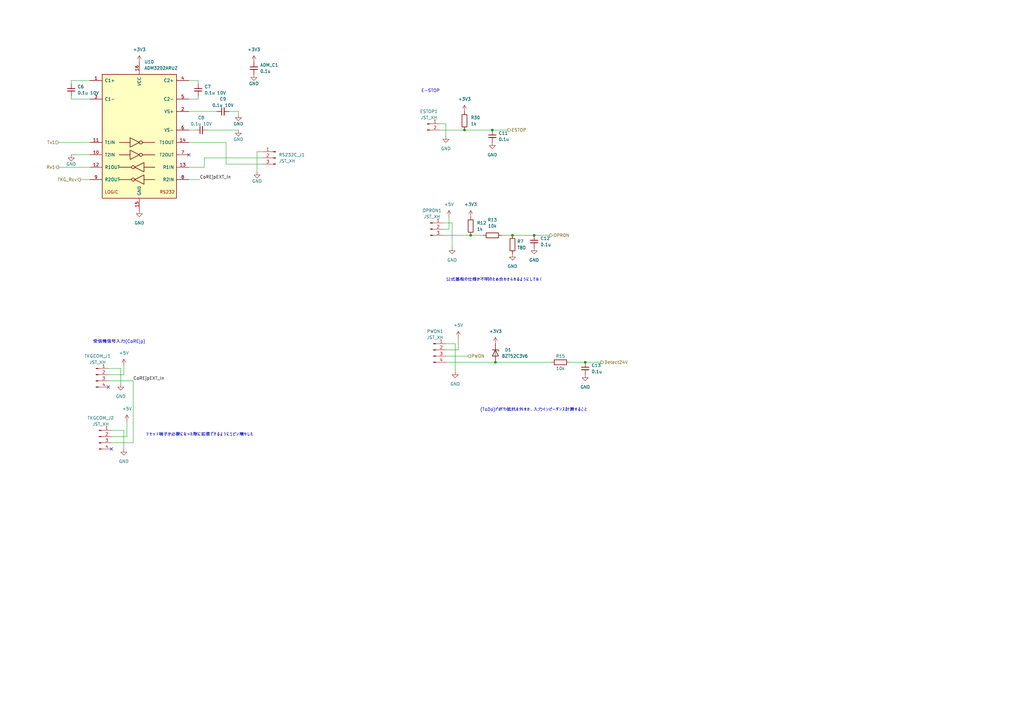
<source format=kicad_sch>
(kicad_sch (version 20211123) (generator eeschema)

  (uuid 0776db97-193b-4771-8fc6-04a5d6a08043)

  (paper "A3")

  (title_block
    (title "TCB(TKG Control Board)")
    (date "2024-01-29")
    (rev "4.1")
    (company "TKG")
    (comment 2 "v4.0 2023用改訂")
    (comment 3 "v4.1 公式基板対応")
  )

  (lib_symbols
    (symbol "Connector:Conn_01x02_Male" (pin_names (offset 1.016) hide) (in_bom yes) (on_board yes)
      (property "Reference" "J" (id 0) (at 0 2.54 0)
        (effects (font (size 1.27 1.27)))
      )
      (property "Value" "Conn_01x02_Male" (id 1) (at 0 -5.08 0)
        (effects (font (size 1.27 1.27)))
      )
      (property "Footprint" "" (id 2) (at 0 0 0)
        (effects (font (size 1.27 1.27)) hide)
      )
      (property "Datasheet" "~" (id 3) (at 0 0 0)
        (effects (font (size 1.27 1.27)) hide)
      )
      (property "ki_keywords" "connector" (id 4) (at 0 0 0)
        (effects (font (size 1.27 1.27)) hide)
      )
      (property "ki_description" "Generic connector, single row, 01x02, script generated (kicad-library-utils/schlib/autogen/connector/)" (id 5) (at 0 0 0)
        (effects (font (size 1.27 1.27)) hide)
      )
      (property "ki_fp_filters" "Connector*:*_1x??_*" (id 6) (at 0 0 0)
        (effects (font (size 1.27 1.27)) hide)
      )
      (symbol "Conn_01x02_Male_1_1"
        (polyline
          (pts
            (xy 1.27 -2.54)
            (xy 0.8636 -2.54)
          )
          (stroke (width 0.1524) (type default) (color 0 0 0 0))
          (fill (type none))
        )
        (polyline
          (pts
            (xy 1.27 0)
            (xy 0.8636 0)
          )
          (stroke (width 0.1524) (type default) (color 0 0 0 0))
          (fill (type none))
        )
        (rectangle (start 0.8636 -2.413) (end 0 -2.667)
          (stroke (width 0.1524) (type default) (color 0 0 0 0))
          (fill (type outline))
        )
        (rectangle (start 0.8636 0.127) (end 0 -0.127)
          (stroke (width 0.1524) (type default) (color 0 0 0 0))
          (fill (type outline))
        )
        (pin passive line (at 5.08 0 180) (length 3.81)
          (name "Pin_1" (effects (font (size 1.27 1.27))))
          (number "1" (effects (font (size 1.27 1.27))))
        )
        (pin passive line (at 5.08 -2.54 180) (length 3.81)
          (name "Pin_2" (effects (font (size 1.27 1.27))))
          (number "2" (effects (font (size 1.27 1.27))))
        )
      )
    )
    (symbol "Connector:Conn_01x03_Male" (pin_names (offset 1.016) hide) (in_bom yes) (on_board yes)
      (property "Reference" "J" (id 0) (at 0 5.08 0)
        (effects (font (size 1.27 1.27)))
      )
      (property "Value" "Conn_01x03_Male" (id 1) (at 0 -5.08 0)
        (effects (font (size 1.27 1.27)))
      )
      (property "Footprint" "" (id 2) (at 0 0 0)
        (effects (font (size 1.27 1.27)) hide)
      )
      (property "Datasheet" "~" (id 3) (at 0 0 0)
        (effects (font (size 1.27 1.27)) hide)
      )
      (property "ki_keywords" "connector" (id 4) (at 0 0 0)
        (effects (font (size 1.27 1.27)) hide)
      )
      (property "ki_description" "Generic connector, single row, 01x03, script generated (kicad-library-utils/schlib/autogen/connector/)" (id 5) (at 0 0 0)
        (effects (font (size 1.27 1.27)) hide)
      )
      (property "ki_fp_filters" "Connector*:*_1x??_*" (id 6) (at 0 0 0)
        (effects (font (size 1.27 1.27)) hide)
      )
      (symbol "Conn_01x03_Male_1_1"
        (polyline
          (pts
            (xy 1.27 -2.54)
            (xy 0.8636 -2.54)
          )
          (stroke (width 0.1524) (type default) (color 0 0 0 0))
          (fill (type none))
        )
        (polyline
          (pts
            (xy 1.27 0)
            (xy 0.8636 0)
          )
          (stroke (width 0.1524) (type default) (color 0 0 0 0))
          (fill (type none))
        )
        (polyline
          (pts
            (xy 1.27 2.54)
            (xy 0.8636 2.54)
          )
          (stroke (width 0.1524) (type default) (color 0 0 0 0))
          (fill (type none))
        )
        (rectangle (start 0.8636 -2.413) (end 0 -2.667)
          (stroke (width 0.1524) (type default) (color 0 0 0 0))
          (fill (type outline))
        )
        (rectangle (start 0.8636 0.127) (end 0 -0.127)
          (stroke (width 0.1524) (type default) (color 0 0 0 0))
          (fill (type outline))
        )
        (rectangle (start 0.8636 2.667) (end 0 2.413)
          (stroke (width 0.1524) (type default) (color 0 0 0 0))
          (fill (type outline))
        )
        (pin passive line (at 5.08 2.54 180) (length 3.81)
          (name "Pin_1" (effects (font (size 1.27 1.27))))
          (number "1" (effects (font (size 1.27 1.27))))
        )
        (pin passive line (at 5.08 0 180) (length 3.81)
          (name "Pin_2" (effects (font (size 1.27 1.27))))
          (number "2" (effects (font (size 1.27 1.27))))
        )
        (pin passive line (at 5.08 -2.54 180) (length 3.81)
          (name "Pin_3" (effects (font (size 1.27 1.27))))
          (number "3" (effects (font (size 1.27 1.27))))
        )
      )
    )
    (symbol "Connector:Conn_01x04_Male" (pin_names (offset 1.016) hide) (in_bom yes) (on_board yes)
      (property "Reference" "J" (id 0) (at 0 5.08 0)
        (effects (font (size 1.27 1.27)))
      )
      (property "Value" "Conn_01x04_Male" (id 1) (at 0 -7.62 0)
        (effects (font (size 1.27 1.27)))
      )
      (property "Footprint" "" (id 2) (at 0 0 0)
        (effects (font (size 1.27 1.27)) hide)
      )
      (property "Datasheet" "~" (id 3) (at 0 0 0)
        (effects (font (size 1.27 1.27)) hide)
      )
      (property "ki_keywords" "connector" (id 4) (at 0 0 0)
        (effects (font (size 1.27 1.27)) hide)
      )
      (property "ki_description" "Generic connector, single row, 01x04, script generated (kicad-library-utils/schlib/autogen/connector/)" (id 5) (at 0 0 0)
        (effects (font (size 1.27 1.27)) hide)
      )
      (property "ki_fp_filters" "Connector*:*_1x??_*" (id 6) (at 0 0 0)
        (effects (font (size 1.27 1.27)) hide)
      )
      (symbol "Conn_01x04_Male_1_1"
        (polyline
          (pts
            (xy 1.27 -5.08)
            (xy 0.8636 -5.08)
          )
          (stroke (width 0.1524) (type default) (color 0 0 0 0))
          (fill (type none))
        )
        (polyline
          (pts
            (xy 1.27 -2.54)
            (xy 0.8636 -2.54)
          )
          (stroke (width 0.1524) (type default) (color 0 0 0 0))
          (fill (type none))
        )
        (polyline
          (pts
            (xy 1.27 0)
            (xy 0.8636 0)
          )
          (stroke (width 0.1524) (type default) (color 0 0 0 0))
          (fill (type none))
        )
        (polyline
          (pts
            (xy 1.27 2.54)
            (xy 0.8636 2.54)
          )
          (stroke (width 0.1524) (type default) (color 0 0 0 0))
          (fill (type none))
        )
        (rectangle (start 0.8636 -4.953) (end 0 -5.207)
          (stroke (width 0.1524) (type default) (color 0 0 0 0))
          (fill (type outline))
        )
        (rectangle (start 0.8636 -2.413) (end 0 -2.667)
          (stroke (width 0.1524) (type default) (color 0 0 0 0))
          (fill (type outline))
        )
        (rectangle (start 0.8636 0.127) (end 0 -0.127)
          (stroke (width 0.1524) (type default) (color 0 0 0 0))
          (fill (type outline))
        )
        (rectangle (start 0.8636 2.667) (end 0 2.413)
          (stroke (width 0.1524) (type default) (color 0 0 0 0))
          (fill (type outline))
        )
        (pin passive line (at 5.08 2.54 180) (length 3.81)
          (name "Pin_1" (effects (font (size 1.27 1.27))))
          (number "1" (effects (font (size 1.27 1.27))))
        )
        (pin passive line (at 5.08 0 180) (length 3.81)
          (name "Pin_2" (effects (font (size 1.27 1.27))))
          (number "2" (effects (font (size 1.27 1.27))))
        )
        (pin passive line (at 5.08 -2.54 180) (length 3.81)
          (name "Pin_3" (effects (font (size 1.27 1.27))))
          (number "3" (effects (font (size 1.27 1.27))))
        )
        (pin passive line (at 5.08 -5.08 180) (length 3.81)
          (name "Pin_4" (effects (font (size 1.27 1.27))))
          (number "4" (effects (font (size 1.27 1.27))))
        )
      )
    )
    (symbol "Device:C_Small" (pin_numbers hide) (pin_names (offset 0.254) hide) (in_bom yes) (on_board yes)
      (property "Reference" "C" (id 0) (at 0.254 1.778 0)
        (effects (font (size 1.27 1.27)) (justify left))
      )
      (property "Value" "C_Small" (id 1) (at 0.254 -2.032 0)
        (effects (font (size 1.27 1.27)) (justify left))
      )
      (property "Footprint" "" (id 2) (at 0 0 0)
        (effects (font (size 1.27 1.27)) hide)
      )
      (property "Datasheet" "~" (id 3) (at 0 0 0)
        (effects (font (size 1.27 1.27)) hide)
      )
      (property "ki_keywords" "capacitor cap" (id 4) (at 0 0 0)
        (effects (font (size 1.27 1.27)) hide)
      )
      (property "ki_description" "Unpolarized capacitor, small symbol" (id 5) (at 0 0 0)
        (effects (font (size 1.27 1.27)) hide)
      )
      (property "ki_fp_filters" "C_*" (id 6) (at 0 0 0)
        (effects (font (size 1.27 1.27)) hide)
      )
      (symbol "C_Small_0_1"
        (polyline
          (pts
            (xy -1.524 -0.508)
            (xy 1.524 -0.508)
          )
          (stroke (width 0.3302) (type default) (color 0 0 0 0))
          (fill (type none))
        )
        (polyline
          (pts
            (xy -1.524 0.508)
            (xy 1.524 0.508)
          )
          (stroke (width 0.3048) (type default) (color 0 0 0 0))
          (fill (type none))
        )
      )
      (symbol "C_Small_1_1"
        (pin passive line (at 0 2.54 270) (length 2.032)
          (name "~" (effects (font (size 1.27 1.27))))
          (number "1" (effects (font (size 1.27 1.27))))
        )
        (pin passive line (at 0 -2.54 90) (length 2.032)
          (name "~" (effects (font (size 1.27 1.27))))
          (number "2" (effects (font (size 1.27 1.27))))
        )
      )
    )
    (symbol "Device:D_Zener" (pin_numbers hide) (pin_names (offset 1.016) hide) (in_bom yes) (on_board yes)
      (property "Reference" "D" (id 0) (at 0 2.54 0)
        (effects (font (size 1.27 1.27)))
      )
      (property "Value" "D_Zener" (id 1) (at 0 -2.54 0)
        (effects (font (size 1.27 1.27)))
      )
      (property "Footprint" "" (id 2) (at 0 0 0)
        (effects (font (size 1.27 1.27)) hide)
      )
      (property "Datasheet" "~" (id 3) (at 0 0 0)
        (effects (font (size 1.27 1.27)) hide)
      )
      (property "ki_keywords" "diode" (id 4) (at 0 0 0)
        (effects (font (size 1.27 1.27)) hide)
      )
      (property "ki_description" "Zener diode" (id 5) (at 0 0 0)
        (effects (font (size 1.27 1.27)) hide)
      )
      (property "ki_fp_filters" "TO-???* *_Diode_* *SingleDiode* D_*" (id 6) (at 0 0 0)
        (effects (font (size 1.27 1.27)) hide)
      )
      (symbol "D_Zener_0_1"
        (polyline
          (pts
            (xy 1.27 0)
            (xy -1.27 0)
          )
          (stroke (width 0) (type default) (color 0 0 0 0))
          (fill (type none))
        )
        (polyline
          (pts
            (xy -1.27 -1.27)
            (xy -1.27 1.27)
            (xy -0.762 1.27)
          )
          (stroke (width 0.254) (type default) (color 0 0 0 0))
          (fill (type none))
        )
        (polyline
          (pts
            (xy 1.27 -1.27)
            (xy 1.27 1.27)
            (xy -1.27 0)
            (xy 1.27 -1.27)
          )
          (stroke (width 0.254) (type default) (color 0 0 0 0))
          (fill (type none))
        )
      )
      (symbol "D_Zener_1_1"
        (pin passive line (at -3.81 0 0) (length 2.54)
          (name "K" (effects (font (size 1.27 1.27))))
          (number "1" (effects (font (size 1.27 1.27))))
        )
        (pin passive line (at 3.81 0 180) (length 2.54)
          (name "A" (effects (font (size 1.27 1.27))))
          (number "2" (effects (font (size 1.27 1.27))))
        )
      )
    )
    (symbol "Device:R" (pin_numbers hide) (pin_names (offset 0)) (in_bom yes) (on_board yes)
      (property "Reference" "R" (id 0) (at 2.032 0 90)
        (effects (font (size 1.27 1.27)))
      )
      (property "Value" "R" (id 1) (at 0 0 90)
        (effects (font (size 1.27 1.27)))
      )
      (property "Footprint" "" (id 2) (at -1.778 0 90)
        (effects (font (size 1.27 1.27)) hide)
      )
      (property "Datasheet" "~" (id 3) (at 0 0 0)
        (effects (font (size 1.27 1.27)) hide)
      )
      (property "ki_keywords" "R res resistor" (id 4) (at 0 0 0)
        (effects (font (size 1.27 1.27)) hide)
      )
      (property "ki_description" "Resistor" (id 5) (at 0 0 0)
        (effects (font (size 1.27 1.27)) hide)
      )
      (property "ki_fp_filters" "R_*" (id 6) (at 0 0 0)
        (effects (font (size 1.27 1.27)) hide)
      )
      (symbol "R_0_1"
        (rectangle (start -1.016 -2.54) (end 1.016 2.54)
          (stroke (width 0.254) (type default) (color 0 0 0 0))
          (fill (type none))
        )
      )
      (symbol "R_1_1"
        (pin passive line (at 0 3.81 270) (length 1.27)
          (name "~" (effects (font (size 1.27 1.27))))
          (number "1" (effects (font (size 1.27 1.27))))
        )
        (pin passive line (at 0 -3.81 90) (length 1.27)
          (name "~" (effects (font (size 1.27 1.27))))
          (number "2" (effects (font (size 1.27 1.27))))
        )
      )
    )
    (symbol "Interface_UART:MAX232" (pin_names (offset 1.016)) (in_bom yes) (on_board yes)
      (property "Reference" "U" (id 0) (at -2.54 28.575 0)
        (effects (font (size 1.27 1.27)) (justify right))
      )
      (property "Value" "MAX232" (id 1) (at -2.54 26.67 0)
        (effects (font (size 1.27 1.27)) (justify right))
      )
      (property "Footprint" "" (id 2) (at 1.27 -26.67 0)
        (effects (font (size 1.27 1.27)) (justify left) hide)
      )
      (property "Datasheet" "http://www.ti.com/lit/ds/symlink/max232.pdf" (id 3) (at 0 2.54 0)
        (effects (font (size 1.27 1.27)) hide)
      )
      (property "ki_keywords" "rs232 uart transceiver line-driver" (id 4) (at 0 0 0)
        (effects (font (size 1.27 1.27)) hide)
      )
      (property "ki_description" "Dual RS232 driver/receiver, 5V supply, 120kb/s, 0C-70C" (id 5) (at 0 0 0)
        (effects (font (size 1.27 1.27)) hide)
      )
      (property "ki_fp_filters" "SOIC*P1.27mm* DIP*W7.62mm* TSSOP*4.4x5mm*P0.65mm*" (id 6) (at 0 0 0)
        (effects (font (size 1.27 1.27)) hide)
      )
      (symbol "MAX232_0_0"
        (text "LOGIC" (at -11.43 -22.86 0)
          (effects (font (size 1.27 1.27)))
        )
        (text "RS232" (at 11.43 -22.86 0)
          (effects (font (size 1.27 1.27)))
        )
      )
      (symbol "MAX232_0_1"
        (rectangle (start -15.24 -25.4) (end 15.24 25.4)
          (stroke (width 0.254) (type default) (color 0 0 0 0))
          (fill (type background))
        )
        (circle (center -2.54 -17.78) (radius 0.635)
          (stroke (width 0.254) (type default) (color 0 0 0 0))
          (fill (type none))
        )
        (circle (center -2.54 -12.7) (radius 0.635)
          (stroke (width 0.254) (type default) (color 0 0 0 0))
          (fill (type none))
        )
        (polyline
          (pts
            (xy -3.81 -7.62)
            (xy -8.255 -7.62)
          )
          (stroke (width 0.254) (type default) (color 0 0 0 0))
          (fill (type none))
        )
        (polyline
          (pts
            (xy -3.81 -2.54)
            (xy -8.255 -2.54)
          )
          (stroke (width 0.254) (type default) (color 0 0 0 0))
          (fill (type none))
        )
        (polyline
          (pts
            (xy -3.175 -17.78)
            (xy -8.255 -17.78)
          )
          (stroke (width 0.254) (type default) (color 0 0 0 0))
          (fill (type none))
        )
        (polyline
          (pts
            (xy -3.175 -12.7)
            (xy -8.255 -12.7)
          )
          (stroke (width 0.254) (type default) (color 0 0 0 0))
          (fill (type none))
        )
        (polyline
          (pts
            (xy 1.27 -7.62)
            (xy 6.35 -7.62)
          )
          (stroke (width 0.254) (type default) (color 0 0 0 0))
          (fill (type none))
        )
        (polyline
          (pts
            (xy 1.27 -2.54)
            (xy 6.35 -2.54)
          )
          (stroke (width 0.254) (type default) (color 0 0 0 0))
          (fill (type none))
        )
        (polyline
          (pts
            (xy 1.905 -17.78)
            (xy 6.35 -17.78)
          )
          (stroke (width 0.254) (type default) (color 0 0 0 0))
          (fill (type none))
        )
        (polyline
          (pts
            (xy 1.905 -12.7)
            (xy 6.35 -12.7)
          )
          (stroke (width 0.254) (type default) (color 0 0 0 0))
          (fill (type none))
        )
        (polyline
          (pts
            (xy -3.81 -5.715)
            (xy -3.81 -9.525)
            (xy 0 -7.62)
            (xy -3.81 -5.715)
          )
          (stroke (width 0.254) (type default) (color 0 0 0 0))
          (fill (type none))
        )
        (polyline
          (pts
            (xy -3.81 -0.635)
            (xy -3.81 -4.445)
            (xy 0 -2.54)
            (xy -3.81 -0.635)
          )
          (stroke (width 0.254) (type default) (color 0 0 0 0))
          (fill (type none))
        )
        (polyline
          (pts
            (xy 1.905 -15.875)
            (xy 1.905 -19.685)
            (xy -1.905 -17.78)
            (xy 1.905 -15.875)
          )
          (stroke (width 0.254) (type default) (color 0 0 0 0))
          (fill (type none))
        )
        (polyline
          (pts
            (xy 1.905 -10.795)
            (xy 1.905 -14.605)
            (xy -1.905 -12.7)
            (xy 1.905 -10.795)
          )
          (stroke (width 0.254) (type default) (color 0 0 0 0))
          (fill (type none))
        )
        (circle (center 0.635 -7.62) (radius 0.635)
          (stroke (width 0.254) (type default) (color 0 0 0 0))
          (fill (type none))
        )
        (circle (center 0.635 -2.54) (radius 0.635)
          (stroke (width 0.254) (type default) (color 0 0 0 0))
          (fill (type none))
        )
      )
      (symbol "MAX232_1_1"
        (pin passive line (at -20.32 22.86 0) (length 5.08)
          (name "C1+" (effects (font (size 1.27 1.27))))
          (number "1" (effects (font (size 1.27 1.27))))
        )
        (pin input line (at -20.32 -7.62 0) (length 5.08)
          (name "T2IN" (effects (font (size 1.27 1.27))))
          (number "10" (effects (font (size 1.27 1.27))))
        )
        (pin input line (at -20.32 -2.54 0) (length 5.08)
          (name "T1IN" (effects (font (size 1.27 1.27))))
          (number "11" (effects (font (size 1.27 1.27))))
        )
        (pin output line (at -20.32 -12.7 0) (length 5.08)
          (name "R1OUT" (effects (font (size 1.27 1.27))))
          (number "12" (effects (font (size 1.27 1.27))))
        )
        (pin input line (at 20.32 -12.7 180) (length 5.08)
          (name "R1IN" (effects (font (size 1.27 1.27))))
          (number "13" (effects (font (size 1.27 1.27))))
        )
        (pin output line (at 20.32 -2.54 180) (length 5.08)
          (name "T1OUT" (effects (font (size 1.27 1.27))))
          (number "14" (effects (font (size 1.27 1.27))))
        )
        (pin power_in line (at 0 -30.48 90) (length 5.08)
          (name "GND" (effects (font (size 1.27 1.27))))
          (number "15" (effects (font (size 1.27 1.27))))
        )
        (pin power_in line (at 0 30.48 270) (length 5.08)
          (name "VCC" (effects (font (size 1.27 1.27))))
          (number "16" (effects (font (size 1.27 1.27))))
        )
        (pin power_out line (at 20.32 10.16 180) (length 5.08)
          (name "VS+" (effects (font (size 1.27 1.27))))
          (number "2" (effects (font (size 1.27 1.27))))
        )
        (pin passive line (at -20.32 15.24 0) (length 5.08)
          (name "C1-" (effects (font (size 1.27 1.27))))
          (number "3" (effects (font (size 1.27 1.27))))
        )
        (pin passive line (at 20.32 22.86 180) (length 5.08)
          (name "C2+" (effects (font (size 1.27 1.27))))
          (number "4" (effects (font (size 1.27 1.27))))
        )
        (pin passive line (at 20.32 15.24 180) (length 5.08)
          (name "C2-" (effects (font (size 1.27 1.27))))
          (number "5" (effects (font (size 1.27 1.27))))
        )
        (pin power_out line (at 20.32 2.54 180) (length 5.08)
          (name "VS-" (effects (font (size 1.27 1.27))))
          (number "6" (effects (font (size 1.27 1.27))))
        )
        (pin output line (at 20.32 -7.62 180) (length 5.08)
          (name "T2OUT" (effects (font (size 1.27 1.27))))
          (number "7" (effects (font (size 1.27 1.27))))
        )
        (pin input line (at 20.32 -17.78 180) (length 5.08)
          (name "R2IN" (effects (font (size 1.27 1.27))))
          (number "8" (effects (font (size 1.27 1.27))))
        )
        (pin output line (at -20.32 -17.78 0) (length 5.08)
          (name "R2OUT" (effects (font (size 1.27 1.27))))
          (number "9" (effects (font (size 1.27 1.27))))
        )
      )
    )
    (symbol "power:+3V3" (power) (pin_names (offset 0)) (in_bom yes) (on_board yes)
      (property "Reference" "#PWR" (id 0) (at 0 -3.81 0)
        (effects (font (size 1.27 1.27)) hide)
      )
      (property "Value" "+3V3" (id 1) (at 0 3.556 0)
        (effects (font (size 1.27 1.27)))
      )
      (property "Footprint" "" (id 2) (at 0 0 0)
        (effects (font (size 1.27 1.27)) hide)
      )
      (property "Datasheet" "" (id 3) (at 0 0 0)
        (effects (font (size 1.27 1.27)) hide)
      )
      (property "ki_keywords" "power-flag" (id 4) (at 0 0 0)
        (effects (font (size 1.27 1.27)) hide)
      )
      (property "ki_description" "Power symbol creates a global label with name \"+3V3\"" (id 5) (at 0 0 0)
        (effects (font (size 1.27 1.27)) hide)
      )
      (symbol "+3V3_0_1"
        (polyline
          (pts
            (xy -0.762 1.27)
            (xy 0 2.54)
          )
          (stroke (width 0) (type default) (color 0 0 0 0))
          (fill (type none))
        )
        (polyline
          (pts
            (xy 0 0)
            (xy 0 2.54)
          )
          (stroke (width 0) (type default) (color 0 0 0 0))
          (fill (type none))
        )
        (polyline
          (pts
            (xy 0 2.54)
            (xy 0.762 1.27)
          )
          (stroke (width 0) (type default) (color 0 0 0 0))
          (fill (type none))
        )
      )
      (symbol "+3V3_1_1"
        (pin power_in line (at 0 0 90) (length 0) hide
          (name "+3V3" (effects (font (size 1.27 1.27))))
          (number "1" (effects (font (size 1.27 1.27))))
        )
      )
    )
    (symbol "power:+5V" (power) (pin_names (offset 0)) (in_bom yes) (on_board yes)
      (property "Reference" "#PWR" (id 0) (at 0 -3.81 0)
        (effects (font (size 1.27 1.27)) hide)
      )
      (property "Value" "+5V" (id 1) (at 0 3.556 0)
        (effects (font (size 1.27 1.27)))
      )
      (property "Footprint" "" (id 2) (at 0 0 0)
        (effects (font (size 1.27 1.27)) hide)
      )
      (property "Datasheet" "" (id 3) (at 0 0 0)
        (effects (font (size 1.27 1.27)) hide)
      )
      (property "ki_keywords" "power-flag" (id 4) (at 0 0 0)
        (effects (font (size 1.27 1.27)) hide)
      )
      (property "ki_description" "Power symbol creates a global label with name \"+5V\"" (id 5) (at 0 0 0)
        (effects (font (size 1.27 1.27)) hide)
      )
      (symbol "+5V_0_1"
        (polyline
          (pts
            (xy -0.762 1.27)
            (xy 0 2.54)
          )
          (stroke (width 0) (type default) (color 0 0 0 0))
          (fill (type none))
        )
        (polyline
          (pts
            (xy 0 0)
            (xy 0 2.54)
          )
          (stroke (width 0) (type default) (color 0 0 0 0))
          (fill (type none))
        )
        (polyline
          (pts
            (xy 0 2.54)
            (xy 0.762 1.27)
          )
          (stroke (width 0) (type default) (color 0 0 0 0))
          (fill (type none))
        )
      )
      (symbol "+5V_1_1"
        (pin power_in line (at 0 0 90) (length 0) hide
          (name "+5V" (effects (font (size 1.27 1.27))))
          (number "1" (effects (font (size 1.27 1.27))))
        )
      )
    )
    (symbol "power:GND" (power) (pin_names (offset 0)) (in_bom yes) (on_board yes)
      (property "Reference" "#PWR" (id 0) (at 0 -6.35 0)
        (effects (font (size 1.27 1.27)) hide)
      )
      (property "Value" "GND" (id 1) (at 0 -3.81 0)
        (effects (font (size 1.27 1.27)))
      )
      (property "Footprint" "" (id 2) (at 0 0 0)
        (effects (font (size 1.27 1.27)) hide)
      )
      (property "Datasheet" "" (id 3) (at 0 0 0)
        (effects (font (size 1.27 1.27)) hide)
      )
      (property "ki_keywords" "power-flag" (id 4) (at 0 0 0)
        (effects (font (size 1.27 1.27)) hide)
      )
      (property "ki_description" "Power symbol creates a global label with name \"GND\" , ground" (id 5) (at 0 0 0)
        (effects (font (size 1.27 1.27)) hide)
      )
      (symbol "GND_0_1"
        (polyline
          (pts
            (xy 0 0)
            (xy 0 -1.27)
            (xy 1.27 -1.27)
            (xy 0 -2.54)
            (xy -1.27 -1.27)
            (xy 0 -1.27)
          )
          (stroke (width 0) (type default) (color 0 0 0 0))
          (fill (type none))
        )
      )
      (symbol "GND_1_1"
        (pin power_in line (at 0 0 270) (length 0) hide
          (name "GND" (effects (font (size 1.27 1.27))))
          (number "1" (effects (font (size 1.27 1.27))))
        )
      )
    )
  )

  (junction (at 190.5 53.34) (diameter 0) (color 0 0 0 0)
    (uuid 0eaeac31-5f7a-4d3d-873c-ac72361ae1d1)
  )
  (junction (at 201.93 53.34) (diameter 0) (color 0 0 0 0)
    (uuid 5b4c6b7a-a82b-4485-b403-0e59164aa50f)
  )
  (junction (at 203.2 148.59) (diameter 0) (color 0 0 0 0)
    (uuid 8b18ac67-b747-49e7-8f49-021e96cb56c6)
  )
  (junction (at 210.185 96.52) (diameter 0) (color 0 0 0 0)
    (uuid 9f13a09a-e80a-476e-990b-9cf2a74035e1)
  )
  (junction (at 193.04 96.52) (diameter 0) (color 0 0 0 0)
    (uuid d50475bc-0e41-4026-9ddb-075b1a6751b7)
  )
  (junction (at 240.03 148.59) (diameter 0) (color 0 0 0 0)
    (uuid ddd61cb8-6d67-4c8e-8f6c-5271ff381957)
  )
  (junction (at 219.075 96.52) (diameter 0) (color 0 0 0 0)
    (uuid f1ef555f-a7c8-44f3-bba2-b938c9e68600)
  )

  (no_connect (at 77.47 63.5) (uuid 02758035-b51a-4cff-8bf7-2710ac877725))
  (no_connect (at 45.72 184.15) (uuid 5def4253-4483-4aab-a05b-e2a040ace6aa))
  (no_connect (at 44.45 158.75) (uuid 8f4c45e2-acc6-448a-9de6-aace52e724c3))

  (wire (pts (xy 50.8 176.53) (xy 45.72 176.53))
    (stroke (width 0) (type default) (color 0 0 0 0))
    (uuid 06f72f4d-5e3b-4633-a30b-bf3f6d6381a8)
  )
  (wire (pts (xy 184.15 93.98) (xy 181.61 93.98))
    (stroke (width 0) (type default) (color 0 0 0 0))
    (uuid 09f454ab-89b3-491a-9564-e7b3aa8a42fa)
  )
  (wire (pts (xy 36.83 33.02) (xy 29.21 33.02))
    (stroke (width 0) (type default) (color 0 0 0 0))
    (uuid 0c9efa69-4101-4113-871e-9e348fbfa4ea)
  )
  (wire (pts (xy 50.8 153.67) (xy 44.45 153.67))
    (stroke (width 0) (type default) (color 0 0 0 0))
    (uuid 11ec83f7-4d8e-4a9e-82c6-a1a6b1962c70)
  )
  (wire (pts (xy 49.53 151.13) (xy 49.53 157.48))
    (stroke (width 0) (type default) (color 0 0 0 0))
    (uuid 1802c639-b568-4609-93d3-a65c8f537cbd)
  )
  (wire (pts (xy 29.21 63.5) (xy 36.83 63.5))
    (stroke (width 0) (type default) (color 0 0 0 0))
    (uuid 1b07f5e6-2b98-4e04-b333-e4f7ad9b97a7)
  )
  (wire (pts (xy 54.61 156.21) (xy 54.61 181.61))
    (stroke (width 0) (type default) (color 0 0 0 0))
    (uuid 1d79ab52-b415-43a5-be6e-491a695c63d6)
  )
  (wire (pts (xy 44.45 151.13) (xy 49.53 151.13))
    (stroke (width 0) (type default) (color 0 0 0 0))
    (uuid 24240078-1595-4efc-ac3a-a3b69632ca9b)
  )
  (wire (pts (xy 182.88 146.05) (xy 191.77 146.05))
    (stroke (width 0) (type default) (color 0 0 0 0))
    (uuid 27291061-9079-43b2-bb0c-9279ce6a2be1)
  )
  (wire (pts (xy 92.71 58.42) (xy 92.71 67.31))
    (stroke (width 0) (type default) (color 0 0 0 0))
    (uuid 2f9d8aa5-5179-45e5-95d8-c0b66d6bcb6e)
  )
  (wire (pts (xy 203.2 148.59) (xy 226.06 148.59))
    (stroke (width 0) (type default) (color 0 0 0 0))
    (uuid 34a0f38d-548f-45a5-9647-f4dd510a4dfc)
  )
  (wire (pts (xy 210.185 96.52) (xy 219.075 96.52))
    (stroke (width 0) (type default) (color 0 0 0 0))
    (uuid 34e1f81a-e8a5-45da-8f37-5423117584e1)
  )
  (wire (pts (xy 77.47 33.02) (xy 81.28 33.02))
    (stroke (width 0) (type default) (color 0 0 0 0))
    (uuid 34fd4f50-607e-41e7-8a39-a29030a5f3d4)
  )
  (wire (pts (xy 54.61 181.61) (xy 45.72 181.61))
    (stroke (width 0) (type default) (color 0 0 0 0))
    (uuid 3657ee97-653a-4181-bb2f-699143542a7c)
  )
  (wire (pts (xy 219.075 96.52) (xy 225.425 96.52))
    (stroke (width 0) (type default) (color 0 0 0 0))
    (uuid 39b595b6-3503-468f-b949-77ad6100b805)
  )
  (wire (pts (xy 77.47 73.66) (xy 81.915 73.66))
    (stroke (width 0) (type default) (color 0 0 0 0))
    (uuid 3d0e8298-2e4b-4686-8771-a97a5d0e793d)
  )
  (wire (pts (xy 92.71 67.31) (xy 107.95 67.31))
    (stroke (width 0) (type default) (color 0 0 0 0))
    (uuid 429fd467-7bc5-4416-b64a-3e3f8cb389a8)
  )
  (wire (pts (xy 77.47 53.34) (xy 80.01 53.34))
    (stroke (width 0) (type default) (color 0 0 0 0))
    (uuid 4a6696be-f1bb-4cf4-aa6a-2f07dd1e1697)
  )
  (wire (pts (xy 29.21 33.02) (xy 29.21 34.29))
    (stroke (width 0) (type default) (color 0 0 0 0))
    (uuid 50faa7fe-0e56-4c6f-8fb4-8c4ce5807944)
  )
  (wire (pts (xy 187.96 138.43) (xy 187.96 143.51))
    (stroke (width 0) (type default) (color 0 0 0 0))
    (uuid 52a4a0ab-ce12-4601-8371-e5dd6254d9ea)
  )
  (wire (pts (xy 180.34 53.34) (xy 190.5 53.34))
    (stroke (width 0) (type default) (color 0 0 0 0))
    (uuid 59be4865-2ac8-4019-a408-de34b8ab5b6c)
  )
  (wire (pts (xy 97.79 45.72) (xy 97.79 46.99))
    (stroke (width 0) (type default) (color 0 0 0 0))
    (uuid 5ce4348c-7038-4bbc-acef-95be8607b0d3)
  )
  (wire (pts (xy 105.41 62.23) (xy 107.95 62.23))
    (stroke (width 0) (type default) (color 0 0 0 0))
    (uuid 5d93cb71-2ddb-46f5-b705-87dfd8637394)
  )
  (wire (pts (xy 185.42 101.6) (xy 185.42 91.44))
    (stroke (width 0) (type default) (color 0 0 0 0))
    (uuid 6068435c-3d16-41da-aefc-5aafaa7bd0d8)
  )
  (wire (pts (xy 186.69 140.97) (xy 182.88 140.97))
    (stroke (width 0) (type default) (color 0 0 0 0))
    (uuid 71988e9b-715c-4380-aa10-b264b6071a11)
  )
  (wire (pts (xy 81.28 33.02) (xy 81.28 34.29))
    (stroke (width 0) (type default) (color 0 0 0 0))
    (uuid 74ff7494-9179-4324-9599-565947224e30)
  )
  (wire (pts (xy 83.82 68.58) (xy 77.47 68.58))
    (stroke (width 0) (type default) (color 0 0 0 0))
    (uuid 83c81ca1-69b6-44ec-a12e-a05b8eec1e13)
  )
  (wire (pts (xy 186.69 152.4) (xy 186.69 140.97))
    (stroke (width 0) (type default) (color 0 0 0 0))
    (uuid 86fe79a7-6430-4be8-87f2-ecebccf3bc8b)
  )
  (wire (pts (xy 184.15 88.9) (xy 184.15 93.98))
    (stroke (width 0) (type default) (color 0 0 0 0))
    (uuid 8825f75a-cff7-4748-9a72-72209e4a7a77)
  )
  (wire (pts (xy 182.88 50.8) (xy 182.88 55.88))
    (stroke (width 0) (type default) (color 0 0 0 0))
    (uuid 8c65ddf5-e971-4128-a9e1-dc04b6718973)
  )
  (wire (pts (xy 52.07 179.07) (xy 52.07 172.72))
    (stroke (width 0) (type default) (color 0 0 0 0))
    (uuid 8ee7d2e3-ad08-4966-844f-71d5585b44fd)
  )
  (wire (pts (xy 233.68 148.59) (xy 240.03 148.59))
    (stroke (width 0) (type default) (color 0 0 0 0))
    (uuid 95e93316-3076-4c46-8884-31b568ac9b56)
  )
  (wire (pts (xy 190.5 53.34) (xy 201.93 53.34))
    (stroke (width 0) (type default) (color 0 0 0 0))
    (uuid 960371fb-e487-416c-b66d-0a764fe01b20)
  )
  (wire (pts (xy 36.83 40.64) (xy 29.21 40.64))
    (stroke (width 0) (type default) (color 0 0 0 0))
    (uuid 9825b0c8-4fcf-4831-aaeb-cdd02c65b161)
  )
  (wire (pts (xy 185.42 91.44) (xy 181.61 91.44))
    (stroke (width 0) (type default) (color 0 0 0 0))
    (uuid 98304a7d-04a3-4f8f-8de9-4605d6778a3d)
  )
  (wire (pts (xy 85.09 53.34) (xy 97.79 53.34))
    (stroke (width 0) (type default) (color 0 0 0 0))
    (uuid 98c5f9ad-f6c6-4e85-b813-d6c5637b9ede)
  )
  (wire (pts (xy 83.82 64.77) (xy 83.82 68.58))
    (stroke (width 0) (type default) (color 0 0 0 0))
    (uuid a304b085-eb30-4ecc-98e9-6a3a14171cb9)
  )
  (wire (pts (xy 81.28 40.64) (xy 77.47 40.64))
    (stroke (width 0) (type default) (color 0 0 0 0))
    (uuid a368f812-e79b-4dbd-9540-f135bd58f7d9)
  )
  (wire (pts (xy 81.28 39.37) (xy 81.28 40.64))
    (stroke (width 0) (type default) (color 0 0 0 0))
    (uuid a3d38f8a-cfbc-47fe-a2e4-9766e9341306)
  )
  (wire (pts (xy 187.96 143.51) (xy 182.88 143.51))
    (stroke (width 0) (type default) (color 0 0 0 0))
    (uuid a52601b6-9f53-43af-8e60-5d073cc0ac88)
  )
  (wire (pts (xy 77.47 45.72) (xy 88.9 45.72))
    (stroke (width 0) (type default) (color 0 0 0 0))
    (uuid a78391c6-3e88-49eb-9af3-509b85023542)
  )
  (wire (pts (xy 105.41 62.23) (xy 105.41 70.485))
    (stroke (width 0) (type default) (color 0 0 0 0))
    (uuid ab888c13-1bae-48b8-a2ac-c806d33ffb46)
  )
  (wire (pts (xy 24.13 68.58) (xy 36.83 68.58))
    (stroke (width 0) (type default) (color 0 0 0 0))
    (uuid b2c9c846-3be9-4330-bd73-f402b7da7a8f)
  )
  (wire (pts (xy 182.88 148.59) (xy 203.2 148.59))
    (stroke (width 0) (type default) (color 0 0 0 0))
    (uuid b520a91c-f76c-4bb3-8c67-35e84bafb0f6)
  )
  (wire (pts (xy 201.93 53.34) (xy 208.28 53.34))
    (stroke (width 0) (type default) (color 0 0 0 0))
    (uuid b90dca83-4619-432c-8a09-113cd05e2860)
  )
  (wire (pts (xy 24.13 58.42) (xy 36.83 58.42))
    (stroke (width 0) (type default) (color 0 0 0 0))
    (uuid b9de4feb-6cf3-403c-bfc1-604cebafacb7)
  )
  (wire (pts (xy 93.98 45.72) (xy 97.79 45.72))
    (stroke (width 0) (type default) (color 0 0 0 0))
    (uuid be139010-9293-4d74-88f0-63846185e8c8)
  )
  (wire (pts (xy 180.34 50.8) (xy 182.88 50.8))
    (stroke (width 0) (type default) (color 0 0 0 0))
    (uuid bf57c54a-ca51-4cd2-8bf8-5495fb0fd663)
  )
  (wire (pts (xy 240.03 148.59) (xy 246.38 148.59))
    (stroke (width 0) (type default) (color 0 0 0 0))
    (uuid c46b2338-ba11-4eab-b068-d37664804e39)
  )
  (wire (pts (xy 77.47 58.42) (xy 92.71 58.42))
    (stroke (width 0) (type default) (color 0 0 0 0))
    (uuid d21b7341-4c66-4b4d-8f44-69eaeb407925)
  )
  (wire (pts (xy 83.82 64.77) (xy 107.95 64.77))
    (stroke (width 0) (type default) (color 0 0 0 0))
    (uuid d48a8d22-0cab-4505-98eb-32cc31a1f18a)
  )
  (wire (pts (xy 205.74 96.52) (xy 210.185 96.52))
    (stroke (width 0) (type default) (color 0 0 0 0))
    (uuid d701d504-2905-4124-b565-7af519b49bd7)
  )
  (wire (pts (xy 181.61 96.52) (xy 193.04 96.52))
    (stroke (width 0) (type default) (color 0 0 0 0))
    (uuid dc14f63c-39a9-4cab-8700-e425ad420de6)
  )
  (wire (pts (xy 50.8 149.86) (xy 50.8 153.67))
    (stroke (width 0) (type default) (color 0 0 0 0))
    (uuid ddacd03b-40aa-493b-bd44-2b575dfff33e)
  )
  (wire (pts (xy 50.8 184.15) (xy 50.8 176.53))
    (stroke (width 0) (type default) (color 0 0 0 0))
    (uuid e4192fe0-1963-4163-9033-11dda5009f7d)
  )
  (wire (pts (xy 193.04 96.52) (xy 198.12 96.52))
    (stroke (width 0) (type default) (color 0 0 0 0))
    (uuid e5644144-2b32-4549-9025-933ee3cd1253)
  )
  (wire (pts (xy 44.45 156.21) (xy 54.61 156.21))
    (stroke (width 0) (type default) (color 0 0 0 0))
    (uuid edb3da43-07b2-4282-8e59-d05e35d09ed1)
  )
  (wire (pts (xy 29.21 40.64) (xy 29.21 39.37))
    (stroke (width 0) (type default) (color 0 0 0 0))
    (uuid f3caf86f-9730-49a6-a2cf-3762467d1172)
  )
  (wire (pts (xy 33.02 73.66) (xy 36.83 73.66))
    (stroke (width 0) (type default) (color 0 0 0 0))
    (uuid f7240849-d756-4f30-88f6-7f5678b24da6)
  )
  (wire (pts (xy 45.72 179.07) (xy 52.07 179.07))
    (stroke (width 0) (type default) (color 0 0 0 0))
    (uuid f7ad6107-3d6a-46a3-9d8b-be752a38fd03)
  )

  (text "リセット端子が必要になった際に拡張できるように1ピン増やした" (at 59.69 179.07 0)
    (effects (font (size 1.27 1.27)) (justify left bottom))
    (uuid 966b6b95-1bf9-475a-8483-2ac1a467c3c7)
  )
  (text "公式基板の仕様が不明のため合わせられるようにしておく" (at 182.88 115.57 0)
    (effects (font (size 1.27 1.27)) (justify left bottom))
    (uuid b96646dc-322f-4416-8f7f-f081a959f55f)
  )
  (text "(ToDo)ﾌﾟﾙﾀﾞｳﾝ抵抗を外すか、入力インピーダンス計算すること" (at 196.85 168.91 0)
    (effects (font (size 1.27 1.27)) (justify left bottom))
    (uuid bf6cd2f8-f9bc-4aa7-bdb5-bcd1f2871065)
  )
  (text "受信機信号入力(CoREjp)" (at 38.1 140.97 0)
    (effects (font (size 1.27 1.27)) (justify left bottom))
    (uuid d52d1652-3eb7-4ba7-9625-b29af27b5b07)
  )
  (text "E-STOP" (at 172.72 38.1 0)
    (effects (font (size 1.27 1.27)) (justify left bottom))
    (uuid e9353ab3-af8b-4fbc-9966-b4b53e8eb7b8)
  )

  (label "CoREjpEXT_In" (at 54.61 156.21 0)
    (effects (font (size 1.27 1.27)) (justify left bottom))
    (uuid 14cdaecd-f775-4ebf-b13b-b75ee1d0a591)
  )
  (label "CoREjpEXT_In" (at 81.915 73.66 0)
    (effects (font (size 1.27 1.27)) (justify left bottom))
    (uuid 154911d1-a6d3-491d-b0ed-490769f0109c)
  )

  (hierarchical_label "TKG_Rcv" (shape output) (at 33.02 73.66 180)
    (effects (font (size 1.27 1.27)) (justify right))
    (uuid 45720b49-73e2-494e-9aaa-18f016c308ac)
  )
  (hierarchical_label "Rx1" (shape output) (at 24.13 68.58 180)
    (effects (font (size 1.27 1.27)) (justify right))
    (uuid 6df11f87-514d-4a1a-a7f0-63115dc5133e)
  )
  (hierarchical_label "OPRON" (shape output) (at 225.425 96.52 0)
    (effects (font (size 1.27 1.27)) (justify left))
    (uuid 769584c8-1c3e-4667-8309-a2d8f24cc31d)
  )
  (hierarchical_label "Detect24V" (shape output) (at 246.38 148.59 0)
    (effects (font (size 1.27 1.27)) (justify left))
    (uuid 8322f644-7430-48be-b72a-e12579b5e467)
  )
  (hierarchical_label "ESTOP" (shape output) (at 208.28 53.34 0)
    (effects (font (size 1.27 1.27)) (justify left))
    (uuid 990ae4a7-64a9-43b8-a110-145d985d4a98)
  )
  (hierarchical_label "Tx1" (shape input) (at 24.13 58.42 180)
    (effects (font (size 1.27 1.27)) (justify right))
    (uuid 99f89a21-eb23-4fd4-b855-d45a18e7798b)
  )
  (hierarchical_label "PWON" (shape input) (at 191.77 146.05 0)
    (effects (font (size 1.27 1.27)) (justify left))
    (uuid ac5b04e1-19ba-4649-bef5-bd9f91ae84dc)
  )

  (symbol (lib_id "power:+3V3") (at 57.15 25.4 0) (unit 1)
    (in_bom yes) (on_board yes) (fields_autoplaced)
    (uuid 023ab066-c308-4570-b525-4dd844b645ad)
    (property "Reference" "#PWR031" (id 0) (at 57.15 29.21 0)
      (effects (font (size 1.27 1.27)) hide)
    )
    (property "Value" "+3V3" (id 1) (at 57.15 20.32 0))
    (property "Footprint" "" (id 2) (at 57.15 25.4 0)
      (effects (font (size 1.27 1.27)) hide)
    )
    (property "Datasheet" "" (id 3) (at 57.15 25.4 0)
      (effects (font (size 1.27 1.27)) hide)
    )
    (pin "1" (uuid a9ae185c-903d-4c93-be3f-3f5114af9d6c))
  )

  (symbol (lib_id "Device:C_Small") (at 91.44 45.72 90) (unit 1)
    (in_bom yes) (on_board yes)
    (uuid 0553b1c8-3ca5-4725-af20-9354a790098a)
    (property "Reference" "C9" (id 0) (at 91.44 40.64 90))
    (property "Value" "0.1u 10V" (id 1) (at 91.44 43.18 90))
    (property "Footprint" "Capacitor_SMD:C_0402_1005Metric_Pad0.74x0.62mm_HandSolder" (id 2) (at 91.44 45.72 0)
      (effects (font (size 1.27 1.27)) hide)
    )
    (property "Datasheet" "~" (id 3) (at 91.44 45.72 0)
      (effects (font (size 1.27 1.27)) hide)
    )
    (pin "1" (uuid 7509b6af-d9ef-47ad-995f-86c49b4479ba))
    (pin "2" (uuid 19092c3e-7ffa-4370-917a-e8e19272d36a))
  )

  (symbol (lib_id "Device:C_Small") (at 29.21 36.83 0) (unit 1)
    (in_bom yes) (on_board yes) (fields_autoplaced)
    (uuid 0575fcb2-5029-4d17-8759-982a2e0e7da9)
    (property "Reference" "C6" (id 0) (at 31.75 35.5662 0)
      (effects (font (size 1.27 1.27)) (justify left))
    )
    (property "Value" "0.1u 10V" (id 1) (at 31.75 38.1062 0)
      (effects (font (size 1.27 1.27)) (justify left))
    )
    (property "Footprint" "Capacitor_SMD:C_0402_1005Metric_Pad0.74x0.62mm_HandSolder" (id 2) (at 29.21 36.83 0)
      (effects (font (size 1.27 1.27)) hide)
    )
    (property "Datasheet" "~" (id 3) (at 29.21 36.83 0)
      (effects (font (size 1.27 1.27)) hide)
    )
    (pin "1" (uuid 36960d5e-38a3-4647-9be9-c0153610e15c))
    (pin "2" (uuid d1f6f71d-52c0-408a-85cb-062a5d2b0254))
  )

  (symbol (lib_id "power:GND") (at 104.14 30.48 0) (unit 1)
    (in_bom yes) (on_board yes)
    (uuid 0cef20c5-aab9-4c30-b6d3-2b4d2edc1c56)
    (property "Reference" "#PWR039" (id 0) (at 104.14 36.83 0)
      (effects (font (size 1.27 1.27)) hide)
    )
    (property "Value" "GND" (id 1) (at 104.14 34.29 0))
    (property "Footprint" "" (id 2) (at 104.14 30.48 0)
      (effects (font (size 1.27 1.27)) hide)
    )
    (property "Datasheet" "" (id 3) (at 104.14 30.48 0)
      (effects (font (size 1.27 1.27)) hide)
    )
    (pin "1" (uuid 68d6fc4f-b252-4e7b-909f-d519e6972a66))
  )

  (symbol (lib_id "power:+5V") (at 187.96 138.43 0) (unit 1)
    (in_bom yes) (on_board yes) (fields_autoplaced)
    (uuid 17645245-87b1-4cb0-a385-11adc0cf9fa9)
    (property "Reference" "#PWR072" (id 0) (at 187.96 142.24 0)
      (effects (font (size 1.27 1.27)) hide)
    )
    (property "Value" "+5V" (id 1) (at 187.96 133.35 0))
    (property "Footprint" "" (id 2) (at 187.96 138.43 0)
      (effects (font (size 1.27 1.27)) hide)
    )
    (property "Datasheet" "" (id 3) (at 187.96 138.43 0)
      (effects (font (size 1.27 1.27)) hide)
    )
    (pin "1" (uuid b3b39053-f67b-4cff-b468-7bb35a94472c))
  )

  (symbol (lib_id "power:GND") (at 57.15 86.36 0) (unit 1)
    (in_bom yes) (on_board yes) (fields_autoplaced)
    (uuid 25374dbe-1e15-4bed-aefd-95bbd2553d2e)
    (property "Reference" "#PWR032" (id 0) (at 57.15 92.71 0)
      (effects (font (size 1.27 1.27)) hide)
    )
    (property "Value" "GND" (id 1) (at 57.15 91.44 0))
    (property "Footprint" "" (id 2) (at 57.15 86.36 0)
      (effects (font (size 1.27 1.27)) hide)
    )
    (property "Datasheet" "" (id 3) (at 57.15 86.36 0)
      (effects (font (size 1.27 1.27)) hide)
    )
    (pin "1" (uuid cbd7f9ba-ad32-45a0-8300-cbcf8f4522ef))
  )

  (symbol (lib_id "power:+5V") (at 50.8 149.86 0) (unit 1)
    (in_bom yes) (on_board yes) (fields_autoplaced)
    (uuid 2ed13377-2f37-45e4-9138-1b512e04a60b)
    (property "Reference" "#PWR028" (id 0) (at 50.8 153.67 0)
      (effects (font (size 1.27 1.27)) hide)
    )
    (property "Value" "+5V" (id 1) (at 50.8 144.78 0))
    (property "Footprint" "" (id 2) (at 50.8 149.86 0)
      (effects (font (size 1.27 1.27)) hide)
    )
    (property "Datasheet" "" (id 3) (at 50.8 149.86 0)
      (effects (font (size 1.27 1.27)) hide)
    )
    (pin "1" (uuid 0d77e9e9-b920-469f-84fb-7b86e42509ed))
  )

  (symbol (lib_id "power:GND") (at 97.79 53.34 0) (unit 1)
    (in_bom yes) (on_board yes)
    (uuid 3724ad4a-5cf2-4ae0-ab96-d243460d747f)
    (property "Reference" "#PWR037" (id 0) (at 97.79 59.69 0)
      (effects (font (size 1.27 1.27)) hide)
    )
    (property "Value" "GND" (id 1) (at 97.79 57.15 0))
    (property "Footprint" "" (id 2) (at 97.79 53.34 0)
      (effects (font (size 1.27 1.27)) hide)
    )
    (property "Datasheet" "" (id 3) (at 97.79 53.34 0)
      (effects (font (size 1.27 1.27)) hide)
    )
    (pin "1" (uuid 82897220-eb5b-4378-b2b1-73b60f51dfb0))
  )

  (symbol (lib_id "Device:C_Small") (at 81.28 36.83 0) (unit 1)
    (in_bom yes) (on_board yes) (fields_autoplaced)
    (uuid 39bd4f33-cada-45e6-a9f7-68616eda447f)
    (property "Reference" "C7" (id 0) (at 83.82 35.5662 0)
      (effects (font (size 1.27 1.27)) (justify left))
    )
    (property "Value" "0.1u 10V" (id 1) (at 83.82 38.1062 0)
      (effects (font (size 1.27 1.27)) (justify left))
    )
    (property "Footprint" "Capacitor_SMD:C_0402_1005Metric_Pad0.74x0.62mm_HandSolder" (id 2) (at 81.28 36.83 0)
      (effects (font (size 1.27 1.27)) hide)
    )
    (property "Datasheet" "~" (id 3) (at 81.28 36.83 0)
      (effects (font (size 1.27 1.27)) hide)
    )
    (pin "1" (uuid 7f076c69-cc4c-40fb-a805-ec46b600272c))
    (pin "2" (uuid bcb171e4-719c-4815-a346-c1b4b048b094))
  )

  (symbol (lib_id "power:+5V") (at 52.07 172.72 0) (unit 1)
    (in_bom yes) (on_board yes) (fields_autoplaced)
    (uuid 4aef5559-8848-42b3-90bd-5834f4e4679b)
    (property "Reference" "#PWR030" (id 0) (at 52.07 176.53 0)
      (effects (font (size 1.27 1.27)) hide)
    )
    (property "Value" "+5V" (id 1) (at 52.07 167.64 0))
    (property "Footprint" "" (id 2) (at 52.07 172.72 0)
      (effects (font (size 1.27 1.27)) hide)
    )
    (property "Datasheet" "" (id 3) (at 52.07 172.72 0)
      (effects (font (size 1.27 1.27)) hide)
    )
    (pin "1" (uuid 1e4b7ae2-f568-4702-a23f-3dff1e24663d))
  )

  (symbol (lib_id "power:+3V3") (at 203.2 140.97 0) (unit 1)
    (in_bom yes) (on_board yes) (fields_autoplaced)
    (uuid 5022be98-5b10-4647-b4fe-b7ccfd4360cc)
    (property "Reference" "#PWR01" (id 0) (at 203.2 144.78 0)
      (effects (font (size 1.27 1.27)) hide)
    )
    (property "Value" "+3V3" (id 1) (at 203.2 135.89 0))
    (property "Footprint" "" (id 2) (at 203.2 140.97 0)
      (effects (font (size 1.27 1.27)) hide)
    )
    (property "Datasheet" "" (id 3) (at 203.2 140.97 0)
      (effects (font (size 1.27 1.27)) hide)
    )
    (pin "1" (uuid ba583acd-f3d9-4413-975a-3ebd1981ca27))
  )

  (symbol (lib_id "Connector:Conn_01x02_Male") (at 175.26 50.8 0) (unit 1)
    (in_bom yes) (on_board yes) (fields_autoplaced)
    (uuid 503f5ed8-dfd4-45b5-a5fb-b95f52bf4030)
    (property "Reference" "ESTOP1" (id 0) (at 175.895 45.72 0))
    (property "Value" "JST_XH" (id 1) (at 175.895 48.26 0))
    (property "Footprint" "Connector_JST:JST_XH_B2B-XH-A_1x02_P2.50mm_Vertical" (id 2) (at 175.26 50.8 0)
      (effects (font (size 1.27 1.27)) hide)
    )
    (property "Datasheet" "~" (id 3) (at 175.26 50.8 0)
      (effects (font (size 1.27 1.27)) hide)
    )
    (pin "1" (uuid d108f266-aee9-47c7-a3c6-22a5b6221f88))
    (pin "2" (uuid cb2ff93f-6230-40e0-9283-3e8abf6cdd1d))
  )

  (symbol (lib_id "power:GND") (at 105.41 70.485 0) (mirror y) (unit 1)
    (in_bom yes) (on_board yes)
    (uuid 51d8c24e-6d1d-463b-803f-945a19017bf2)
    (property "Reference" "#PWR040" (id 0) (at 105.41 76.835 0)
      (effects (font (size 1.27 1.27)) hide)
    )
    (property "Value" "GND" (id 1) (at 105.41 74.295 0))
    (property "Footprint" "" (id 2) (at 105.41 70.485 0)
      (effects (font (size 1.27 1.27)) hide)
    )
    (property "Datasheet" "" (id 3) (at 105.41 70.485 0)
      (effects (font (size 1.27 1.27)) hide)
    )
    (pin "1" (uuid 279aa956-187e-4be9-afa1-1cbbec1f3913))
  )

  (symbol (lib_id "power:GND") (at 185.42 101.6 0) (unit 1)
    (in_bom yes) (on_board yes) (fields_autoplaced)
    (uuid 551d029b-1251-4471-ab27-a9c89f163ca4)
    (property "Reference" "#PWR070" (id 0) (at 185.42 107.95 0)
      (effects (font (size 1.27 1.27)) hide)
    )
    (property "Value" "GND" (id 1) (at 185.42 106.68 0))
    (property "Footprint" "" (id 2) (at 185.42 101.6 0)
      (effects (font (size 1.27 1.27)) hide)
    )
    (property "Datasheet" "" (id 3) (at 185.42 101.6 0)
      (effects (font (size 1.27 1.27)) hide)
    )
    (pin "1" (uuid 49406a53-ee72-45ef-be59-6e4b70cd4051))
  )

  (symbol (lib_id "Device:C_Small") (at 219.075 99.06 0) (unit 1)
    (in_bom yes) (on_board yes) (fields_autoplaced)
    (uuid 60e2fd8f-bb98-4aa0-a7fe-83b6157a4829)
    (property "Reference" "C12" (id 0) (at 221.615 97.7962 0)
      (effects (font (size 1.27 1.27)) (justify left))
    )
    (property "Value" "0.1u" (id 1) (at 221.615 100.3362 0)
      (effects (font (size 1.27 1.27)) (justify left))
    )
    (property "Footprint" "Capacitor_SMD:C_0603_1608Metric_Pad1.08x0.95mm_HandSolder" (id 2) (at 219.075 99.06 0)
      (effects (font (size 1.27 1.27)) hide)
    )
    (property "Datasheet" "~" (id 3) (at 219.075 99.06 0)
      (effects (font (size 1.27 1.27)) hide)
    )
    (pin "1" (uuid 18f8ada9-7f89-41a2-886b-acfe9fd5815d))
    (pin "2" (uuid 11506b85-7147-4508-b47f-50312447c3ee))
  )

  (symbol (lib_id "Connector:Conn_01x04_Male") (at 39.37 153.67 0) (unit 1)
    (in_bom yes) (on_board yes) (fields_autoplaced)
    (uuid 7064568f-c4f5-4ff3-9ea1-195f8640b0e6)
    (property "Reference" "TKGCOM_J1" (id 0) (at 40.005 146.05 0))
    (property "Value" "JST_XH" (id 1) (at 40.005 148.59 0))
    (property "Footprint" "Connector_JST:JST_XH_B4B-XH-A_1x04_P2.50mm_Vertical" (id 2) (at 39.37 153.67 0)
      (effects (font (size 1.27 1.27)) hide)
    )
    (property "Datasheet" "~" (id 3) (at 39.37 153.67 0)
      (effects (font (size 1.27 1.27)) hide)
    )
    (pin "1" (uuid c0d2ebdc-c8c6-4632-bf68-e785e73a6bb6))
    (pin "2" (uuid 7fd0c0a5-36c9-4935-99bf-66acb34d8c81))
    (pin "3" (uuid f28a2cd9-4cf2-4975-92df-fe8e407563b5))
    (pin "4" (uuid a7ef6965-39fa-4df1-9d95-16e6f1f655ec))
  )

  (symbol (lib_id "Device:C_Small") (at 82.55 53.34 90) (unit 1)
    (in_bom yes) (on_board yes)
    (uuid 78cfaab9-6aa4-4557-b523-be136d571a00)
    (property "Reference" "C8" (id 0) (at 82.55 48.26 90))
    (property "Value" "0.1u 10V" (id 1) (at 82.55 50.8 90))
    (property "Footprint" "Capacitor_SMD:C_0402_1005Metric_Pad0.74x0.62mm_HandSolder" (id 2) (at 82.55 53.34 0)
      (effects (font (size 1.27 1.27)) hide)
    )
    (property "Datasheet" "~" (id 3) (at 82.55 53.34 0)
      (effects (font (size 1.27 1.27)) hide)
    )
    (pin "1" (uuid 059c1ea1-5de4-4d29-89de-8e10cfff5b79))
    (pin "2" (uuid 0d6130f0-b0ed-4533-b915-46a1c87d5d0d))
  )

  (symbol (lib_id "power:+3V3") (at 190.5 45.72 0) (unit 1)
    (in_bom yes) (on_board yes) (fields_autoplaced)
    (uuid 825d375a-7b11-4f26-bfb3-8c9a329bcef9)
    (property "Reference" "#PWR044" (id 0) (at 190.5 49.53 0)
      (effects (font (size 1.27 1.27)) hide)
    )
    (property "Value" "+3V3" (id 1) (at 190.5 40.64 0))
    (property "Footprint" "" (id 2) (at 190.5 45.72 0)
      (effects (font (size 1.27 1.27)) hide)
    )
    (property "Datasheet" "" (id 3) (at 190.5 45.72 0)
      (effects (font (size 1.27 1.27)) hide)
    )
    (pin "1" (uuid 3be85c29-0832-4eb7-9348-591790269e32))
  )

  (symbol (lib_id "Device:C_Small") (at 104.14 27.94 0) (unit 1)
    (in_bom yes) (on_board yes) (fields_autoplaced)
    (uuid 83aa3212-9653-4e51-8726-875836161ef3)
    (property "Reference" "ADM_C1" (id 0) (at 106.68 26.6762 0)
      (effects (font (size 1.27 1.27)) (justify left))
    )
    (property "Value" "0.1u" (id 1) (at 106.68 29.2162 0)
      (effects (font (size 1.27 1.27)) (justify left))
    )
    (property "Footprint" "Capacitor_SMD:C_0402_1005Metric_Pad0.74x0.62mm_HandSolder" (id 2) (at 104.14 27.94 0)
      (effects (font (size 1.27 1.27)) hide)
    )
    (property "Datasheet" "~" (id 3) (at 104.14 27.94 0)
      (effects (font (size 1.27 1.27)) hide)
    )
    (pin "1" (uuid 421369d7-2488-4c29-822d-539e00da9a76))
    (pin "2" (uuid a7cd7f98-88b9-4f55-83be-3417dd4f0641))
  )

  (symbol (lib_id "power:GND") (at 240.03 153.67 0) (unit 1)
    (in_bom yes) (on_board yes) (fields_autoplaced)
    (uuid 87a2d16e-6fe9-4695-989e-ee87dbd5c491)
    (property "Reference" "#PWR077" (id 0) (at 240.03 160.02 0)
      (effects (font (size 1.27 1.27)) hide)
    )
    (property "Value" "GND" (id 1) (at 240.03 158.75 0))
    (property "Footprint" "" (id 2) (at 240.03 153.67 0)
      (effects (font (size 1.27 1.27)) hide)
    )
    (property "Datasheet" "" (id 3) (at 240.03 153.67 0)
      (effects (font (size 1.27 1.27)) hide)
    )
    (pin "1" (uuid 8f25afd0-657a-4110-9872-df5a0cb4d579))
  )

  (symbol (lib_id "Connector:Conn_01x03_Male") (at 176.53 93.98 0) (unit 1)
    (in_bom yes) (on_board yes) (fields_autoplaced)
    (uuid 87e9a61c-d52c-43b0-a19b-35980bf1d7bf)
    (property "Reference" "OPRON1" (id 0) (at 177.165 86.36 0))
    (property "Value" "JST_XH" (id 1) (at 177.165 88.9 0))
    (property "Footprint" "Connector_JST:JST_XH_B3B-XH-A_1x03_P2.50mm_Vertical" (id 2) (at 176.53 93.98 0)
      (effects (font (size 1.27 1.27)) hide)
    )
    (property "Datasheet" "~" (id 3) (at 176.53 93.98 0)
      (effects (font (size 1.27 1.27)) hide)
    )
    (pin "1" (uuid 90bf2e23-6200-4e53-aad7-a937b5afb72f))
    (pin "2" (uuid 819d6450-3c0d-4b6f-bad2-c7b01f3aab8d))
    (pin "3" (uuid a77d2ad2-903c-48d3-ad28-2d89ca3d3c24))
  )

  (symbol (lib_id "power:GND") (at 49.53 157.48 0) (unit 1)
    (in_bom yes) (on_board yes) (fields_autoplaced)
    (uuid 8b202346-a171-4a78-95ac-29af177b211f)
    (property "Reference" "#PWR027" (id 0) (at 49.53 163.83 0)
      (effects (font (size 1.27 1.27)) hide)
    )
    (property "Value" "GND" (id 1) (at 49.53 162.56 0))
    (property "Footprint" "" (id 2) (at 49.53 157.48 0)
      (effects (font (size 1.27 1.27)) hide)
    )
    (property "Datasheet" "" (id 3) (at 49.53 157.48 0)
      (effects (font (size 1.27 1.27)) hide)
    )
    (pin "1" (uuid 19f9cf38-3c80-441e-a33f-f390e2dc8575))
  )

  (symbol (lib_id "power:GND") (at 210.185 104.14 0) (unit 1)
    (in_bom yes) (on_board yes) (fields_autoplaced)
    (uuid 8b291446-2041-4035-a71a-dc5398bd5ae9)
    (property "Reference" "#PWR06" (id 0) (at 210.185 110.49 0)
      (effects (font (size 1.27 1.27)) hide)
    )
    (property "Value" "GND" (id 1) (at 210.185 109.22 0))
    (property "Footprint" "" (id 2) (at 210.185 104.14 0)
      (effects (font (size 1.27 1.27)) hide)
    )
    (property "Datasheet" "" (id 3) (at 210.185 104.14 0)
      (effects (font (size 1.27 1.27)) hide)
    )
    (pin "1" (uuid 09eb9a78-47ac-4015-bf5d-fb508e6c3ba2))
  )

  (symbol (lib_id "Connector:Conn_01x04_Male") (at 177.8 143.51 0) (unit 1)
    (in_bom yes) (on_board yes) (fields_autoplaced)
    (uuid 9324d118-be7a-453a-a0ab-ac9333f3e272)
    (property "Reference" "PWON1" (id 0) (at 178.435 135.89 0))
    (property "Value" "JST_XH" (id 1) (at 178.435 138.43 0))
    (property "Footprint" "Connector_JST:JST_XH_B4B-XH-A_1x04_P2.50mm_Vertical" (id 2) (at 177.8 143.51 0)
      (effects (font (size 1.27 1.27)) hide)
    )
    (property "Datasheet" "~" (id 3) (at 177.8 143.51 0)
      (effects (font (size 1.27 1.27)) hide)
    )
    (pin "1" (uuid d22ff4ed-2a2c-4621-ac50-6c11838a46c2))
    (pin "2" (uuid e022f055-3400-42ff-b240-7cd3cc84dfb1))
    (pin "3" (uuid 6a775bb3-9c03-406c-bd23-b093d8d32ebf))
    (pin "4" (uuid f7fd2d03-b22d-4801-8d5d-1e552e929f43))
  )

  (symbol (lib_id "Device:R") (at 229.87 148.59 270) (unit 1)
    (in_bom yes) (on_board yes)
    (uuid 9d20c0ff-352d-43d1-9d4b-84167f18f899)
    (property "Reference" "R15" (id 0) (at 229.87 146.05 90))
    (property "Value" "10k" (id 1) (at 229.87 151.13 90))
    (property "Footprint" "Resistor_SMD:R_0603_1608Metric_Pad0.98x0.95mm_HandSolder" (id 2) (at 229.87 146.812 90)
      (effects (font (size 1.27 1.27)) hide)
    )
    (property "Datasheet" "~" (id 3) (at 229.87 148.59 0)
      (effects (font (size 1.27 1.27)) hide)
    )
    (pin "1" (uuid ae48d37e-58ff-44fd-bd81-632e1510f516))
    (pin "2" (uuid 98c09bf9-6777-4dd0-af36-5e1b1b32be3e))
  )

  (symbol (lib_id "Connector:Conn_01x04_Male") (at 40.64 179.07 0) (unit 1)
    (in_bom yes) (on_board yes) (fields_autoplaced)
    (uuid a20797a9-925d-4b6c-80bf-1ba553a3c128)
    (property "Reference" "TKGCOM_J2" (id 0) (at 41.275 171.45 0))
    (property "Value" "JST_XH" (id 1) (at 41.275 173.99 0))
    (property "Footprint" "Connector_JST:JST_XH_B4B-XH-A_1x04_P2.50mm_Vertical" (id 2) (at 40.64 179.07 0)
      (effects (font (size 1.27 1.27)) hide)
    )
    (property "Datasheet" "~" (id 3) (at 40.64 179.07 0)
      (effects (font (size 1.27 1.27)) hide)
    )
    (pin "1" (uuid 44c8f656-65bd-44da-9256-b744602334a2))
    (pin "2" (uuid 30995d57-4030-4758-8301-afc14332c988))
    (pin "3" (uuid 7cca61fa-02cc-428c-b371-c4b970101051))
    (pin "4" (uuid d9d59012-e362-4f1f-ba39-9de7d9a8fe4f))
  )

  (symbol (lib_id "Device:R") (at 193.04 92.71 180) (unit 1)
    (in_bom yes) (on_board yes)
    (uuid a84a3bcd-2445-414b-ac36-cf4dd887eb34)
    (property "Reference" "R12" (id 0) (at 195.58 91.4399 0)
      (effects (font (size 1.27 1.27)) (justify right))
    )
    (property "Value" "1k" (id 1) (at 195.58 93.98 0)
      (effects (font (size 1.27 1.27)) (justify right))
    )
    (property "Footprint" "Resistor_SMD:R_0603_1608Metric_Pad0.98x0.95mm_HandSolder" (id 2) (at 194.818 92.71 90)
      (effects (font (size 1.27 1.27)) hide)
    )
    (property "Datasheet" "~" (id 3) (at 193.04 92.71 0)
      (effects (font (size 1.27 1.27)) hide)
    )
    (pin "1" (uuid c013e580-573c-4ffe-a157-574398fbc54d))
    (pin "2" (uuid 56a77b8b-1cce-4283-aa9a-dfbc58f48ce9))
  )

  (symbol (lib_id "power:GND") (at 182.88 55.88 0) (unit 1)
    (in_bom yes) (on_board yes) (fields_autoplaced)
    (uuid aa2b1841-399b-478f-aa1f-804edf78cea8)
    (property "Reference" "#PWR041" (id 0) (at 182.88 62.23 0)
      (effects (font (size 1.27 1.27)) hide)
    )
    (property "Value" "GND" (id 1) (at 182.88 60.96 0))
    (property "Footprint" "" (id 2) (at 182.88 55.88 0)
      (effects (font (size 1.27 1.27)) hide)
    )
    (property "Datasheet" "" (id 3) (at 182.88 55.88 0)
      (effects (font (size 1.27 1.27)) hide)
    )
    (pin "1" (uuid f079d8f3-d72f-4e4c-ae9e-3a4db5fae594))
  )

  (symbol (lib_id "power:GND") (at 201.93 58.42 0) (unit 1)
    (in_bom yes) (on_board yes) (fields_autoplaced)
    (uuid afca6d1d-0d48-4966-a467-947ff61ec909)
    (property "Reference" "#PWR046" (id 0) (at 201.93 64.77 0)
      (effects (font (size 1.27 1.27)) hide)
    )
    (property "Value" "GND" (id 1) (at 201.93 63.5 0))
    (property "Footprint" "" (id 2) (at 201.93 58.42 0)
      (effects (font (size 1.27 1.27)) hide)
    )
    (property "Datasheet" "" (id 3) (at 201.93 58.42 0)
      (effects (font (size 1.27 1.27)) hide)
    )
    (pin "1" (uuid bb490452-3ba7-440c-b97e-ee8d33c230da))
  )

  (symbol (lib_id "power:+3V3") (at 193.04 88.9 0) (unit 1)
    (in_bom yes) (on_board yes) (fields_autoplaced)
    (uuid b106f3da-e6c4-4bb3-8e30-cbd5cb6ac3ac)
    (property "Reference" "#PWR073" (id 0) (at 193.04 92.71 0)
      (effects (font (size 1.27 1.27)) hide)
    )
    (property "Value" "+3V3" (id 1) (at 193.04 83.82 0))
    (property "Footprint" "" (id 2) (at 193.04 88.9 0)
      (effects (font (size 1.27 1.27)) hide)
    )
    (property "Datasheet" "" (id 3) (at 193.04 88.9 0)
      (effects (font (size 1.27 1.27)) hide)
    )
    (pin "1" (uuid ac045cf0-db6a-4473-8f8c-f39e0804fa93))
  )

  (symbol (lib_id "power:GND") (at 219.075 101.6 0) (unit 1)
    (in_bom yes) (on_board yes) (fields_autoplaced)
    (uuid b8d78009-62fe-480f-9301-d5283b3f0e81)
    (property "Reference" "#PWR076" (id 0) (at 219.075 107.95 0)
      (effects (font (size 1.27 1.27)) hide)
    )
    (property "Value" "GND" (id 1) (at 219.075 106.68 0))
    (property "Footprint" "" (id 2) (at 219.075 101.6 0)
      (effects (font (size 1.27 1.27)) hide)
    )
    (property "Datasheet" "" (id 3) (at 219.075 101.6 0)
      (effects (font (size 1.27 1.27)) hide)
    )
    (pin "1" (uuid 50c77fb4-8edd-4e56-9e62-b26aaca7664f))
  )

  (symbol (lib_id "Device:R") (at 201.93 96.52 270) (unit 1)
    (in_bom yes) (on_board yes) (fields_autoplaced)
    (uuid bbe93a93-b41e-4f1e-9f80-0e190d1f9b0d)
    (property "Reference" "R13" (id 0) (at 201.93 90.17 90))
    (property "Value" "10k" (id 1) (at 201.93 92.71 90))
    (property "Footprint" "Resistor_SMD:R_0603_1608Metric_Pad0.98x0.95mm_HandSolder" (id 2) (at 201.93 94.742 90)
      (effects (font (size 1.27 1.27)) hide)
    )
    (property "Datasheet" "~" (id 3) (at 201.93 96.52 0)
      (effects (font (size 1.27 1.27)) hide)
    )
    (pin "1" (uuid 553cb74b-bbae-484d-983a-f1bc779077d2))
    (pin "2" (uuid 3babb284-50bc-4659-b394-7eb31b106ad4))
  )

  (symbol (lib_id "Device:C_Small") (at 201.93 55.88 0) (unit 1)
    (in_bom yes) (on_board yes) (fields_autoplaced)
    (uuid caf724e4-6a74-472d-9ad1-7a70ae3c493d)
    (property "Reference" "C11" (id 0) (at 204.47 54.6162 0)
      (effects (font (size 1.27 1.27)) (justify left))
    )
    (property "Value" "0.1u" (id 1) (at 204.47 57.1562 0)
      (effects (font (size 1.27 1.27)) (justify left))
    )
    (property "Footprint" "Capacitor_SMD:C_0603_1608Metric_Pad1.08x0.95mm_HandSolder" (id 2) (at 201.93 55.88 0)
      (effects (font (size 1.27 1.27)) hide)
    )
    (property "Datasheet" "~" (id 3) (at 201.93 55.88 0)
      (effects (font (size 1.27 1.27)) hide)
    )
    (pin "1" (uuid 7da524fb-0f3a-4ba9-850b-30faa36db371))
    (pin "2" (uuid f4627610-b5cb-4782-92c1-4e0e20fb73f4))
  )

  (symbol (lib_id "power:+5V") (at 184.15 88.9 0) (unit 1)
    (in_bom yes) (on_board yes) (fields_autoplaced)
    (uuid ce615953-4aba-46f6-bf59-9d1200647e03)
    (property "Reference" "#PWR069" (id 0) (at 184.15 92.71 0)
      (effects (font (size 1.27 1.27)) hide)
    )
    (property "Value" "+5V" (id 1) (at 184.15 83.82 0))
    (property "Footprint" "" (id 2) (at 184.15 88.9 0)
      (effects (font (size 1.27 1.27)) hide)
    )
    (property "Datasheet" "" (id 3) (at 184.15 88.9 0)
      (effects (font (size 1.27 1.27)) hide)
    )
    (pin "1" (uuid 766298e7-408a-4cc3-b468-9cc30f7ffe27))
  )

  (symbol (lib_id "Connector:Conn_01x03_Male") (at 113.03 64.77 0) (mirror y) (unit 1)
    (in_bom yes) (on_board yes) (fields_autoplaced)
    (uuid cef71031-9b42-476c-a19d-917a8bfed986)
    (property "Reference" "RS232C_J1" (id 0) (at 114.3 63.4999 0)
      (effects (font (size 1.27 1.27)) (justify right))
    )
    (property "Value" "JST_XH" (id 1) (at 114.3 66.0399 0)
      (effects (font (size 1.27 1.27)) (justify right))
    )
    (property "Footprint" "Connector_JST:JST_XH_B3B-XH-A_1x03_P2.50mm_Vertical" (id 2) (at 113.03 64.77 0)
      (effects (font (size 1.27 1.27)) hide)
    )
    (property "Datasheet" "~" (id 3) (at 113.03 64.77 0)
      (effects (font (size 1.27 1.27)) hide)
    )
    (pin "1" (uuid ea084329-53b1-4665-9f2a-f89e0e2ba2f9))
    (pin "2" (uuid cc8a214c-b223-46e6-af9a-a4a7a43d84a4))
    (pin "3" (uuid d3879056-1bda-4aea-9579-9cf19d88f9f8))
  )

  (symbol (lib_id "power:GND") (at 50.8 184.15 0) (unit 1)
    (in_bom yes) (on_board yes) (fields_autoplaced)
    (uuid cff1f1bc-6554-4422-b102-8974a98e4542)
    (property "Reference" "#PWR029" (id 0) (at 50.8 190.5 0)
      (effects (font (size 1.27 1.27)) hide)
    )
    (property "Value" "GND" (id 1) (at 50.8 189.23 0))
    (property "Footprint" "" (id 2) (at 50.8 184.15 0)
      (effects (font (size 1.27 1.27)) hide)
    )
    (property "Datasheet" "" (id 3) (at 50.8 184.15 0)
      (effects (font (size 1.27 1.27)) hide)
    )
    (pin "1" (uuid c1b85477-6518-4e54-8255-bbd0eb1ea9d5))
  )

  (symbol (lib_id "power:GND") (at 29.21 63.5 0) (unit 1)
    (in_bom yes) (on_board yes)
    (uuid cfffb47e-dbb8-4e82-a3a5-830d2805c59d)
    (property "Reference" "#PWR026" (id 0) (at 29.21 69.85 0)
      (effects (font (size 1.27 1.27)) hide)
    )
    (property "Value" "GND" (id 1) (at 29.21 67.31 0))
    (property "Footprint" "" (id 2) (at 29.21 63.5 0)
      (effects (font (size 1.27 1.27)) hide)
    )
    (property "Datasheet" "" (id 3) (at 29.21 63.5 0)
      (effects (font (size 1.27 1.27)) hide)
    )
    (pin "1" (uuid a8dbee7c-288a-4bd2-8d6c-8404856b86d6))
  )

  (symbol (lib_id "Interface_UART:MAX232") (at 57.15 55.88 0) (unit 1)
    (in_bom yes) (on_board yes) (fields_autoplaced)
    (uuid d6d56b7e-d316-4adb-932b-48a30d6ad53d)
    (property "Reference" "U10" (id 0) (at 59.1694 25.4 0)
      (effects (font (size 1.27 1.27)) (justify left))
    )
    (property "Value" "ADM3202ARUZ" (id 1) (at 59.1694 27.94 0)
      (effects (font (size 1.27 1.27)) (justify left))
    )
    (property "Footprint" "Package_SO:TSSOP-16_4.4x5mm_P0.65mm" (id 2) (at 58.42 82.55 0)
      (effects (font (size 1.27 1.27)) (justify left) hide)
    )
    (property "Datasheet" "http://www.ti.com/lit/ds/symlink/max232.pdf" (id 3) (at 57.15 53.34 0)
      (effects (font (size 1.27 1.27)) hide)
    )
    (pin "1" (uuid f7796bd4-87a9-4636-9cb7-ffedf8069e6c))
    (pin "10" (uuid b6269193-7d13-4cd9-88c6-95ef5b3f9558))
    (pin "11" (uuid ce9eb2e1-3f76-4a5c-af2a-05f37c751f46))
    (pin "12" (uuid f0f3838f-728e-42fc-b9db-aaa108c1abf2))
    (pin "13" (uuid 88c6bb8d-c77f-4e67-9f3f-b80ec4195ccc))
    (pin "14" (uuid a2409142-2700-4422-ab94-040076c86795))
    (pin "15" (uuid 1015e705-7554-4463-9538-93e904f0c06f))
    (pin "16" (uuid 7310a2f3-850c-42cb-b190-18d90d08041d))
    (pin "2" (uuid 8b2e0692-6045-4fb5-b1de-dd50a8f3ad29))
    (pin "3" (uuid 086126fe-d68b-4498-9184-9e0185b1b046))
    (pin "4" (uuid 02d6c2e0-57c5-4e63-901d-7e124c592777))
    (pin "5" (uuid d3c3cf40-a79f-41b8-a8f6-03b39fb04ebd))
    (pin "6" (uuid 6959de4c-c261-4d64-8d7d-e996969fb79c))
    (pin "7" (uuid cba4bcc5-83c0-44c5-8153-f4668f6691b4))
    (pin "8" (uuid d64a9265-cc0c-4750-9c4a-5e10675d4d11))
    (pin "9" (uuid 67013a07-7762-4a68-ba8c-5682583f104e))
  )

  (symbol (lib_id "Device:D_Zener") (at 203.2 144.78 270) (unit 1)
    (in_bom yes) (on_board yes)
    (uuid d994c97d-aeae-4c31-bad0-29bf90e4f604)
    (property "Reference" "D1" (id 0) (at 207.01 143.51 90)
      (effects (font (size 1.27 1.27)) (justify left))
    )
    (property "Value" "BZT52C3V6" (id 1) (at 205.74 146.05 90)
      (effects (font (size 1.27 1.27)) (justify left))
    )
    (property "Footprint" "Resistor_SMD:R_0805_2012Metric_Pad1.20x1.40mm_HandSolder" (id 2) (at 203.2 144.78 0)
      (effects (font (size 1.27 1.27)) hide)
    )
    (property "Datasheet" "~" (id 3) (at 203.2 144.78 0)
      (effects (font (size 1.27 1.27)) hide)
    )
    (pin "1" (uuid 17bd5d94-760f-43d5-a978-8e0279e57026))
    (pin "2" (uuid 32ec2714-29dc-4828-be3e-92bd6550a120))
  )

  (symbol (lib_id "Device:R") (at 210.185 100.33 0) (unit 1)
    (in_bom yes) (on_board yes) (fields_autoplaced)
    (uuid e4f2819a-1635-462e-9a98-774b03f2904f)
    (property "Reference" "R7" (id 0) (at 212.09 99.0599 0)
      (effects (font (size 1.27 1.27)) (justify left))
    )
    (property "Value" "TBD" (id 1) (at 212.09 101.5999 0)
      (effects (font (size 1.27 1.27)) (justify left))
    )
    (property "Footprint" "Resistor_SMD:R_0603_1608Metric_Pad0.98x0.95mm_HandSolder" (id 2) (at 208.407 100.33 90)
      (effects (font (size 1.27 1.27)) hide)
    )
    (property "Datasheet" "~" (id 3) (at 210.185 100.33 0)
      (effects (font (size 1.27 1.27)) hide)
    )
    (pin "1" (uuid 40962917-2c7a-4d8b-a6e7-dc3927f59220))
    (pin "2" (uuid 012392e8-ca34-4ca1-aff4-80931eebfdf2))
  )

  (symbol (lib_id "power:+3V3") (at 104.14 25.4 0) (unit 1)
    (in_bom yes) (on_board yes) (fields_autoplaced)
    (uuid ea6d9ef2-08d1-4dab-ae99-b84bd70e07aa)
    (property "Reference" "#PWR038" (id 0) (at 104.14 29.21 0)
      (effects (font (size 1.27 1.27)) hide)
    )
    (property "Value" "+3V3" (id 1) (at 104.14 20.32 0))
    (property "Footprint" "" (id 2) (at 104.14 25.4 0)
      (effects (font (size 1.27 1.27)) hide)
    )
    (property "Datasheet" "" (id 3) (at 104.14 25.4 0)
      (effects (font (size 1.27 1.27)) hide)
    )
    (pin "1" (uuid c29b850c-fe06-406c-af20-5f8f344678b5))
  )

  (symbol (lib_id "power:GND") (at 186.69 152.4 0) (unit 1)
    (in_bom yes) (on_board yes) (fields_autoplaced)
    (uuid fa867bde-aff1-4f6b-86d3-7cb9102b2eb3)
    (property "Reference" "#PWR071" (id 0) (at 186.69 158.75 0)
      (effects (font (size 1.27 1.27)) hide)
    )
    (property "Value" "GND" (id 1) (at 186.69 157.48 0))
    (property "Footprint" "" (id 2) (at 186.69 152.4 0)
      (effects (font (size 1.27 1.27)) hide)
    )
    (property "Datasheet" "" (id 3) (at 186.69 152.4 0)
      (effects (font (size 1.27 1.27)) hide)
    )
    (pin "1" (uuid dc85ef36-03d4-47e2-b884-155b743aa41e))
  )

  (symbol (lib_id "power:GND") (at 97.79 46.99 0) (unit 1)
    (in_bom yes) (on_board yes)
    (uuid fb04efa7-4539-428d-8d48-e4efc2014198)
    (property "Reference" "#PWR036" (id 0) (at 97.79 53.34 0)
      (effects (font (size 1.27 1.27)) hide)
    )
    (property "Value" "GND" (id 1) (at 97.79 50.8 0))
    (property "Footprint" "" (id 2) (at 97.79 46.99 0)
      (effects (font (size 1.27 1.27)) hide)
    )
    (property "Datasheet" "" (id 3) (at 97.79 46.99 0)
      (effects (font (size 1.27 1.27)) hide)
    )
    (pin "1" (uuid fdcfaede-6b8e-4d8e-943f-b76682d3c390))
  )

  (symbol (lib_id "Device:R") (at 190.5 49.53 180) (unit 1)
    (in_bom yes) (on_board yes)
    (uuid fbcf0f3d-e5ca-46d8-afe8-dd3fbb796062)
    (property "Reference" "R30" (id 0) (at 193.04 48.2599 0)
      (effects (font (size 1.27 1.27)) (justify right))
    )
    (property "Value" "1k" (id 1) (at 193.04 50.8 0)
      (effects (font (size 1.27 1.27)) (justify right))
    )
    (property "Footprint" "Resistor_SMD:R_0603_1608Metric_Pad0.98x0.95mm_HandSolder" (id 2) (at 192.278 49.53 90)
      (effects (font (size 1.27 1.27)) hide)
    )
    (property "Datasheet" "~" (id 3) (at 190.5 49.53 0)
      (effects (font (size 1.27 1.27)) hide)
    )
    (pin "1" (uuid a0df621d-dc20-4b2d-b580-3c7d132fdf12))
    (pin "2" (uuid 02e22132-489a-48b2-9976-67833ae455f4))
  )

  (symbol (lib_id "Device:C_Small") (at 240.03 151.13 0) (unit 1)
    (in_bom yes) (on_board yes) (fields_autoplaced)
    (uuid fcc68e2f-2aef-4fe3-b72a-442b40f060f3)
    (property "Reference" "C13" (id 0) (at 242.57 149.8662 0)
      (effects (font (size 1.27 1.27)) (justify left))
    )
    (property "Value" "0.1u" (id 1) (at 242.57 152.4062 0)
      (effects (font (size 1.27 1.27)) (justify left))
    )
    (property "Footprint" "Capacitor_SMD:C_0603_1608Metric_Pad1.08x0.95mm_HandSolder" (id 2) (at 240.03 151.13 0)
      (effects (font (size 1.27 1.27)) hide)
    )
    (property "Datasheet" "~" (id 3) (at 240.03 151.13 0)
      (effects (font (size 1.27 1.27)) hide)
    )
    (pin "1" (uuid 75e49b6c-71fd-4573-915f-11e7b740117c))
    (pin "2" (uuid 648bda2c-aaae-4dd8-bb48-c69fbfc9b440))
  )
)

</source>
